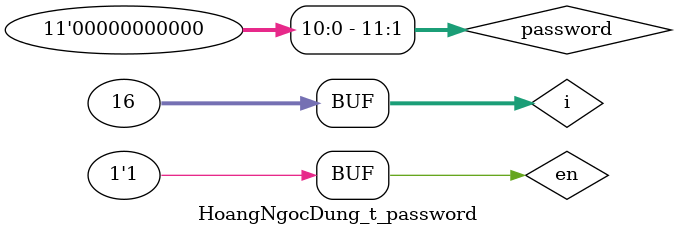
<source format=v>
module HoangNgocDung_t_password();

    reg en;
    reg [11:0] password; // input 3 digit 

    wire [6:0] out_7seg_0;
    wire [6:0] out_7seg_1;
    wire [6:0] out_7seg_2;

    pass_decoder UUT(
        .i_en(en),
        .i_password(password),
        .o_7seg_0(out_7seg_0),
        .o_7seg_1(out_7seg_1),
        .o_7seg_2(out_7seg_2)
    );

   
    integer i;

    initial begin
        password = 12'h666; // assume
        en = 0;
        #10 en = 1;
        for (i = 0; i < 16; i = i + 1) begin
            #20 password = $random;
        end
    end

endmodule

</source>
